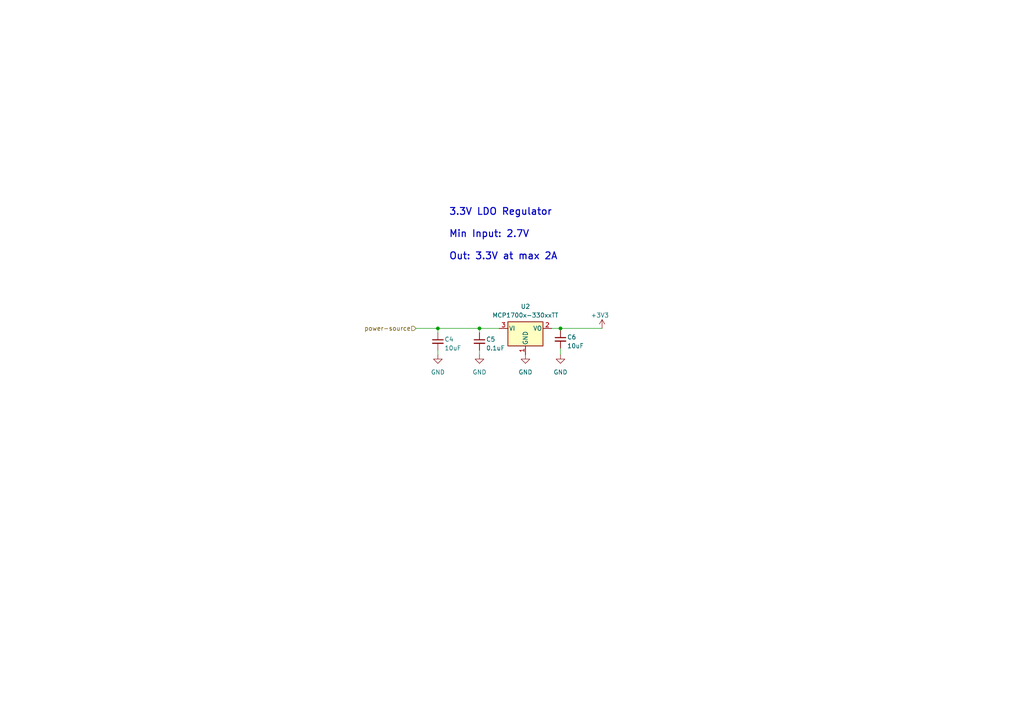
<source format=kicad_sch>
(kicad_sch (version 20230121) (generator eeschema)

  (uuid 1f80be48-be16-46d2-91da-59767e51aecf)

  (paper "A4")

  (lib_symbols
    (symbol "Device:C_Small" (pin_numbers hide) (pin_names (offset 0.254) hide) (in_bom yes) (on_board yes)
      (property "Reference" "C" (at 0.254 1.778 0)
        (effects (font (size 1.27 1.27)) (justify left))
      )
      (property "Value" "C_Small" (at 0.254 -2.032 0)
        (effects (font (size 1.27 1.27)) (justify left))
      )
      (property "Footprint" "" (at 0 0 0)
        (effects (font (size 1.27 1.27)) hide)
      )
      (property "Datasheet" "~" (at 0 0 0)
        (effects (font (size 1.27 1.27)) hide)
      )
      (property "ki_keywords" "capacitor cap" (at 0 0 0)
        (effects (font (size 1.27 1.27)) hide)
      )
      (property "ki_description" "Unpolarized capacitor, small symbol" (at 0 0 0)
        (effects (font (size 1.27 1.27)) hide)
      )
      (property "ki_fp_filters" "C_*" (at 0 0 0)
        (effects (font (size 1.27 1.27)) hide)
      )
      (symbol "C_Small_0_1"
        (polyline
          (pts
            (xy -1.524 -0.508)
            (xy 1.524 -0.508)
          )
          (stroke (width 0.3302) (type default))
          (fill (type none))
        )
        (polyline
          (pts
            (xy -1.524 0.508)
            (xy 1.524 0.508)
          )
          (stroke (width 0.3048) (type default))
          (fill (type none))
        )
      )
      (symbol "C_Small_1_1"
        (pin passive line (at 0 2.54 270) (length 2.032)
          (name "~" (effects (font (size 1.27 1.27))))
          (number "1" (effects (font (size 1.27 1.27))))
        )
        (pin passive line (at 0 -2.54 90) (length 2.032)
          (name "~" (effects (font (size 1.27 1.27))))
          (number "2" (effects (font (size 1.27 1.27))))
        )
      )
    )
    (symbol "Regulator_Linear:MCP1700x-330xxTT" (pin_names (offset 0.254)) (in_bom yes) (on_board yes)
      (property "Reference" "U" (at -3.81 3.175 0)
        (effects (font (size 1.27 1.27)))
      )
      (property "Value" "MCP1700x-330xxTT" (at 0 3.175 0)
        (effects (font (size 1.27 1.27)) (justify left))
      )
      (property "Footprint" "Package_TO_SOT_SMD:SOT-23" (at 0 5.715 0)
        (effects (font (size 1.27 1.27)) hide)
      )
      (property "Datasheet" "http://ww1.microchip.com/downloads/en/DeviceDoc/20001826D.pdf" (at 0 0 0)
        (effects (font (size 1.27 1.27)) hide)
      )
      (property "ki_keywords" "regulator linear ldo" (at 0 0 0)
        (effects (font (size 1.27 1.27)) hide)
      )
      (property "ki_description" "250mA Low Quiscent Current LDO, 3.3V output, SOT-23" (at 0 0 0)
        (effects (font (size 1.27 1.27)) hide)
      )
      (property "ki_fp_filters" "SOT?23*" (at 0 0 0)
        (effects (font (size 1.27 1.27)) hide)
      )
      (symbol "MCP1700x-330xxTT_0_1"
        (rectangle (start -5.08 1.905) (end 5.08 -5.08)
          (stroke (width 0.254) (type default))
          (fill (type background))
        )
      )
      (symbol "MCP1700x-330xxTT_1_1"
        (pin power_in line (at 0 -7.62 90) (length 2.54)
          (name "GND" (effects (font (size 1.27 1.27))))
          (number "1" (effects (font (size 1.27 1.27))))
        )
        (pin power_out line (at 7.62 0 180) (length 2.54)
          (name "VO" (effects (font (size 1.27 1.27))))
          (number "2" (effects (font (size 1.27 1.27))))
        )
        (pin power_in line (at -7.62 0 0) (length 2.54)
          (name "VI" (effects (font (size 1.27 1.27))))
          (number "3" (effects (font (size 1.27 1.27))))
        )
      )
    )
    (symbol "power:+3V3" (power) (pin_names (offset 0)) (in_bom yes) (on_board yes)
      (property "Reference" "#PWR" (at 0 -3.81 0)
        (effects (font (size 1.27 1.27)) hide)
      )
      (property "Value" "+3V3" (at 0 3.556 0)
        (effects (font (size 1.27 1.27)))
      )
      (property "Footprint" "" (at 0 0 0)
        (effects (font (size 1.27 1.27)) hide)
      )
      (property "Datasheet" "" (at 0 0 0)
        (effects (font (size 1.27 1.27)) hide)
      )
      (property "ki_keywords" "global power" (at 0 0 0)
        (effects (font (size 1.27 1.27)) hide)
      )
      (property "ki_description" "Power symbol creates a global label with name \"+3V3\"" (at 0 0 0)
        (effects (font (size 1.27 1.27)) hide)
      )
      (symbol "+3V3_0_1"
        (polyline
          (pts
            (xy -0.762 1.27)
            (xy 0 2.54)
          )
          (stroke (width 0) (type default))
          (fill (type none))
        )
        (polyline
          (pts
            (xy 0 0)
            (xy 0 2.54)
          )
          (stroke (width 0) (type default))
          (fill (type none))
        )
        (polyline
          (pts
            (xy 0 2.54)
            (xy 0.762 1.27)
          )
          (stroke (width 0) (type default))
          (fill (type none))
        )
      )
      (symbol "+3V3_1_1"
        (pin power_in line (at 0 0 90) (length 0) hide
          (name "+3V3" (effects (font (size 1.27 1.27))))
          (number "1" (effects (font (size 1.27 1.27))))
        )
      )
    )
    (symbol "power:GND" (power) (pin_names (offset 0)) (in_bom yes) (on_board yes)
      (property "Reference" "#PWR" (at 0 -6.35 0)
        (effects (font (size 1.27 1.27)) hide)
      )
      (property "Value" "GND" (at 0 -3.81 0)
        (effects (font (size 1.27 1.27)))
      )
      (property "Footprint" "" (at 0 0 0)
        (effects (font (size 1.27 1.27)) hide)
      )
      (property "Datasheet" "" (at 0 0 0)
        (effects (font (size 1.27 1.27)) hide)
      )
      (property "ki_keywords" "global power" (at 0 0 0)
        (effects (font (size 1.27 1.27)) hide)
      )
      (property "ki_description" "Power symbol creates a global label with name \"GND\" , ground" (at 0 0 0)
        (effects (font (size 1.27 1.27)) hide)
      )
      (symbol "GND_0_1"
        (polyline
          (pts
            (xy 0 0)
            (xy 0 -1.27)
            (xy 1.27 -1.27)
            (xy 0 -2.54)
            (xy -1.27 -1.27)
            (xy 0 -1.27)
          )
          (stroke (width 0) (type default))
          (fill (type none))
        )
      )
      (symbol "GND_1_1"
        (pin power_in line (at 0 0 270) (length 0) hide
          (name "GND" (effects (font (size 1.27 1.27))))
          (number "1" (effects (font (size 1.27 1.27))))
        )
      )
    )
  )

  (junction (at 127 95.25) (diameter 0) (color 0 0 0 0)
    (uuid 521d1bc9-b079-42a6-a3b3-8f06b26d0034)
  )
  (junction (at 162.56 95.25) (diameter 0) (color 0 0 0 0)
    (uuid 559a7d72-bd6c-4638-b847-22310d4be75e)
  )
  (junction (at 139.065 95.25) (diameter 0) (color 0 0 0 0)
    (uuid ebf7eced-4bd1-4fae-bf37-5ac3ddb06d02)
  )

  (wire (pts (xy 139.065 95.25) (xy 139.065 96.52))
    (stroke (width 0) (type default))
    (uuid 0167912b-5319-45d8-9397-2c2fda147201)
  )
  (wire (pts (xy 127 95.25) (xy 139.065 95.25))
    (stroke (width 0) (type default))
    (uuid 04f17abd-9393-4dee-a97b-2ebc7b5abaa7)
  )
  (wire (pts (xy 139.065 95.25) (xy 144.78 95.25))
    (stroke (width 0) (type default))
    (uuid 08e1610e-c837-4770-b491-b72e02582617)
  )
  (wire (pts (xy 139.065 102.87) (xy 139.065 101.6))
    (stroke (width 0) (type default))
    (uuid 199667fa-9a6c-46b2-ba01-e917577a0b4f)
  )
  (wire (pts (xy 160.02 95.25) (xy 162.56 95.25))
    (stroke (width 0) (type default))
    (uuid 7139fd10-7fd5-4866-bca0-272d31e513ab)
  )
  (wire (pts (xy 127 95.25) (xy 127 96.52))
    (stroke (width 0) (type default))
    (uuid 7737ef90-96cc-4748-8eb2-8ce5b965748c)
  )
  (wire (pts (xy 162.56 95.885) (xy 162.56 95.25))
    (stroke (width 0) (type default))
    (uuid 96141a80-016f-4914-af81-52c00e8aa616)
  )
  (wire (pts (xy 127 102.87) (xy 127 101.6))
    (stroke (width 0) (type default))
    (uuid a325918c-e084-48c6-b812-8246c9fa6ffe)
  )
  (wire (pts (xy 120.65 95.25) (xy 127 95.25))
    (stroke (width 0) (type default))
    (uuid a3b3a39a-b1c5-4856-a15d-16223839faea)
  )
  (wire (pts (xy 162.56 102.87) (xy 162.56 100.965))
    (stroke (width 0) (type default))
    (uuid c96fbf91-bafd-4e7c-8beb-0c360b27028d)
  )
  (wire (pts (xy 162.56 95.25) (xy 174.625 95.25))
    (stroke (width 0) (type default))
    (uuid d873085a-cdf8-4051-8cdf-fe2b3feb7fd9)
  )

  (text "3.3V LDO Regulator\n\nMin Input: 2.7V\n\nOut: 3.3V at max 2A"
    (at 130.175 75.565 0)
    (effects (font (size 2 2) (thickness 0.3) bold) (justify left bottom))
    (uuid 8dde94f8-c49f-41ad-8eec-f384eab90a12)
  )

  (hierarchical_label "power-source" (shape input) (at 120.65 95.25 180) (fields_autoplaced)
    (effects (font (size 1.27 1.27)) (justify right))
    (uuid 9fec575d-5caa-48b8-a384-a8b5485b21d3)
  )

  (symbol (lib_id "power:GND") (at 152.4 102.87 0) (unit 1)
    (in_bom yes) (on_board yes) (dnp no)
    (uuid 1fa0e00f-bc40-4ab4-a6de-9a712a8b04f0)
    (property "Reference" "#PWR015" (at 152.4 109.22 0)
      (effects (font (size 1.27 1.27)) hide)
    )
    (property "Value" "GND" (at 152.4 107.95 0)
      (effects (font (size 1.27 1.27)))
    )
    (property "Footprint" "" (at 152.4 102.87 0)
      (effects (font (size 1.27 1.27)) hide)
    )
    (property "Datasheet" "" (at 152.4 102.87 0)
      (effects (font (size 1.27 1.27)) hide)
    )
    (pin "1" (uuid bcd1aba0-f262-4521-9bb8-8aeefcdb4a42))
    (instances
      (project "Hapty"
        (path "/6956d5b6-c4e4-494f-ad33-929668a150f2/9d7551c4-2ace-4c7d-b440-35f584b50335/9310fd87-d382-44cd-9135-627033a36a9e"
          (reference "#PWR015") (unit 1)
        )
      )
    )
  )

  (symbol (lib_id "power:GND") (at 127 102.87 0) (unit 1)
    (in_bom yes) (on_board yes) (dnp no) (fields_autoplaced)
    (uuid 304395be-eea8-4408-be62-858b9c8eca43)
    (property "Reference" "#PWR013" (at 127 109.22 0)
      (effects (font (size 1.27 1.27)) hide)
    )
    (property "Value" "GND" (at 127 107.95 0)
      (effects (font (size 1.27 1.27)))
    )
    (property "Footprint" "" (at 127 102.87 0)
      (effects (font (size 1.27 1.27)) hide)
    )
    (property "Datasheet" "" (at 127 102.87 0)
      (effects (font (size 1.27 1.27)) hide)
    )
    (pin "1" (uuid 91d4c3d7-9171-4b09-be92-d31c7bd32b83))
    (instances
      (project "Hapty"
        (path "/6956d5b6-c4e4-494f-ad33-929668a150f2/9d7551c4-2ace-4c7d-b440-35f584b50335/9310fd87-d382-44cd-9135-627033a36a9e"
          (reference "#PWR013") (unit 1)
        )
      )
    )
  )

  (symbol (lib_id "power:GND") (at 139.065 102.87 0) (unit 1)
    (in_bom yes) (on_board yes) (dnp no) (fields_autoplaced)
    (uuid 8f5b1004-80af-4928-9889-20a12a74bbda)
    (property "Reference" "#PWR014" (at 139.065 109.22 0)
      (effects (font (size 1.27 1.27)) hide)
    )
    (property "Value" "GND" (at 139.065 107.95 0)
      (effects (font (size 1.27 1.27)))
    )
    (property "Footprint" "" (at 139.065 102.87 0)
      (effects (font (size 1.27 1.27)) hide)
    )
    (property "Datasheet" "" (at 139.065 102.87 0)
      (effects (font (size 1.27 1.27)) hide)
    )
    (pin "1" (uuid 28ca30fd-6a82-457a-bd41-025c64b69b18))
    (instances
      (project "Hapty"
        (path "/6956d5b6-c4e4-494f-ad33-929668a150f2/9d7551c4-2ace-4c7d-b440-35f584b50335/9310fd87-d382-44cd-9135-627033a36a9e"
          (reference "#PWR014") (unit 1)
        )
      )
    )
  )

  (symbol (lib_id "Regulator_Linear:MCP1700x-330xxTT") (at 152.4 95.25 0) (unit 1)
    (in_bom yes) (on_board yes) (dnp no) (fields_autoplaced)
    (uuid bbc49ed4-aea7-48b5-a210-d68b5d1b9844)
    (property "Reference" "U2" (at 152.4 88.9 0)
      (effects (font (size 1.27 1.27)))
    )
    (property "Value" "MCP1700x-330xxTT" (at 152.4 91.44 0)
      (effects (font (size 1.27 1.27)))
    )
    (property "Footprint" "Package_TO_SOT_SMD:SOT-23" (at 152.4 89.535 0)
      (effects (font (size 1.27 1.27)) hide)
    )
    (property "Datasheet" "http://ww1.microchip.com/downloads/en/DeviceDoc/20001826D.pdf" (at 152.4 95.25 0)
      (effects (font (size 1.27 1.27)) hide)
    )
    (property "MPN" "MCP1700T-3302E/TT" (at 152.4 95.25 0)
      (effects (font (size 1.27 1.27)) hide)
    )
    (pin "1" (uuid 7d84939e-7658-44fa-a981-e73b90a0d384))
    (pin "2" (uuid ae7ac961-c652-426c-a569-edcb1e92931d))
    (pin "3" (uuid e6201223-424e-46c5-992b-0a83e63f8262))
    (instances
      (project "Hapty"
        (path "/6956d5b6-c4e4-494f-ad33-929668a150f2/9d7551c4-2ace-4c7d-b440-35f584b50335/9310fd87-d382-44cd-9135-627033a36a9e"
          (reference "U2") (unit 1)
        )
      )
    )
  )

  (symbol (lib_id "power:GND") (at 162.56 102.87 0) (unit 1)
    (in_bom yes) (on_board yes) (dnp no) (fields_autoplaced)
    (uuid c148d520-a194-49e8-b6d2-f39e6918f0d1)
    (property "Reference" "#PWR016" (at 162.56 109.22 0)
      (effects (font (size 1.27 1.27)) hide)
    )
    (property "Value" "GND" (at 162.56 107.95 0)
      (effects (font (size 1.27 1.27)))
    )
    (property "Footprint" "" (at 162.56 102.87 0)
      (effects (font (size 1.27 1.27)) hide)
    )
    (property "Datasheet" "" (at 162.56 102.87 0)
      (effects (font (size 1.27 1.27)) hide)
    )
    (pin "1" (uuid b58f38a6-55c1-4060-801b-c06d3626f95f))
    (instances
      (project "Hapty"
        (path "/6956d5b6-c4e4-494f-ad33-929668a150f2/9d7551c4-2ace-4c7d-b440-35f584b50335/9310fd87-d382-44cd-9135-627033a36a9e"
          (reference "#PWR016") (unit 1)
        )
      )
    )
  )

  (symbol (lib_id "Device:C_Small") (at 139.065 99.06 0) (unit 1)
    (in_bom yes) (on_board yes) (dnp no)
    (uuid d1facfc9-aa40-438a-800e-a62ca088eaa9)
    (property "Reference" "C5" (at 140.97 98.425 0)
      (effects (font (size 1.27 1.27)) (justify left))
    )
    (property "Value" "0.1uF" (at 140.97 100.965 0)
      (effects (font (size 1.27 1.27)) (justify left))
    )
    (property "Footprint" "Capacitor_SMD:C_0603_1608Metric" (at 139.065 99.06 0)
      (effects (font (size 1.27 1.27)) hide)
    )
    (property "Datasheet" "~" (at 139.065 99.06 0)
      (effects (font (size 1.27 1.27)) hide)
    )
    (property "MPN" "CC0603KRX7R9BB104" (at 139.065 99.06 0)
      (effects (font (size 1.27 1.27)) hide)
    )
    (pin "1" (uuid 0a9b9733-3613-4e6c-adfd-8d71a7433deb))
    (pin "2" (uuid 4e1b79d2-eb2d-480d-bb64-35660bb0162e))
    (instances
      (project "Hapty"
        (path "/6956d5b6-c4e4-494f-ad33-929668a150f2/9d7551c4-2ace-4c7d-b440-35f584b50335/9310fd87-d382-44cd-9135-627033a36a9e"
          (reference "C5") (unit 1)
        )
      )
    )
  )

  (symbol (lib_id "power:+3V3") (at 174.625 95.25 0) (unit 1)
    (in_bom yes) (on_board yes) (dnp no)
    (uuid e1260b30-b57d-4788-a8fa-52dba525a8ff)
    (property "Reference" "#PWR017" (at 174.625 99.06 0)
      (effects (font (size 1.27 1.27)) hide)
    )
    (property "Value" "+3V3" (at 173.99 91.44 0)
      (effects (font (size 1.27 1.27)))
    )
    (property "Footprint" "" (at 174.625 95.25 0)
      (effects (font (size 1.27 1.27)) hide)
    )
    (property "Datasheet" "" (at 174.625 95.25 0)
      (effects (font (size 1.27 1.27)) hide)
    )
    (pin "1" (uuid 2b6317cf-6f11-496d-9a70-c8373e663b7e))
    (instances
      (project "Hapty"
        (path "/6956d5b6-c4e4-494f-ad33-929668a150f2/9d7551c4-2ace-4c7d-b440-35f584b50335/9310fd87-d382-44cd-9135-627033a36a9e"
          (reference "#PWR017") (unit 1)
        )
      )
    )
  )

  (symbol (lib_id "Device:C_Small") (at 127 99.06 0) (unit 1)
    (in_bom yes) (on_board yes) (dnp no)
    (uuid e5df33fa-4875-4209-9063-267016413dc8)
    (property "Reference" "C4" (at 128.905 98.425 0)
      (effects (font (size 1.27 1.27)) (justify left))
    )
    (property "Value" "10uF" (at 128.905 100.965 0)
      (effects (font (size 1.27 1.27)) (justify left))
    )
    (property "Footprint" "Capacitor_SMD:C_0603_1608Metric" (at 127 99.06 0)
      (effects (font (size 1.27 1.27)) hide)
    )
    (property "Datasheet" "~" (at 127 99.06 0)
      (effects (font (size 1.27 1.27)) hide)
    )
    (property "MPN" "CL10A106KP8NNNC" (at 127 99.06 0)
      (effects (font (size 1.27 1.27)) hide)
    )
    (pin "1" (uuid 07acca05-0f23-4359-808e-48e262a7c7d6))
    (pin "2" (uuid 14c9b3e3-8bc3-418b-810b-517196a8db43))
    (instances
      (project "Hapty"
        (path "/6956d5b6-c4e4-494f-ad33-929668a150f2/9d7551c4-2ace-4c7d-b440-35f584b50335/9310fd87-d382-44cd-9135-627033a36a9e"
          (reference "C4") (unit 1)
        )
      )
    )
  )

  (symbol (lib_id "Device:C_Small") (at 162.56 98.425 0) (unit 1)
    (in_bom yes) (on_board yes) (dnp no)
    (uuid ea63ff8e-db73-4bc5-bd50-ffed0c74c0ea)
    (property "Reference" "C6" (at 164.465 97.79 0)
      (effects (font (size 1.27 1.27)) (justify left))
    )
    (property "Value" "10uF" (at 164.465 100.33 0)
      (effects (font (size 1.27 1.27)) (justify left))
    )
    (property "Footprint" "Capacitor_SMD:C_0603_1608Metric" (at 162.56 98.425 0)
      (effects (font (size 1.27 1.27)) hide)
    )
    (property "Datasheet" "~" (at 162.56 98.425 0)
      (effects (font (size 1.27 1.27)) hide)
    )
    (property "MPN" "CL10A106KP8NNNC" (at 162.56 98.425 0)
      (effects (font (size 1.27 1.27)) hide)
    )
    (pin "1" (uuid a0310606-fdba-44d8-a276-a5ba484b4525))
    (pin "2" (uuid 1fa4e93b-09df-4d42-9018-6ed97064bfcf))
    (instances
      (project "Hapty"
        (path "/6956d5b6-c4e4-494f-ad33-929668a150f2/9d7551c4-2ace-4c7d-b440-35f584b50335/9310fd87-d382-44cd-9135-627033a36a9e"
          (reference "C6") (unit 1)
        )
      )
    )
  )
)

</source>
